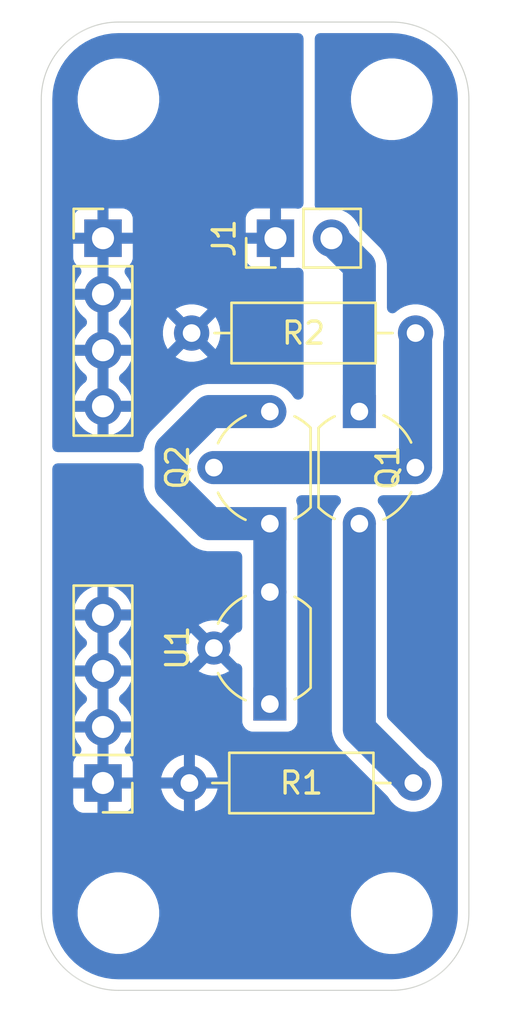
<source format=kicad_pcb>
(kicad_pcb (version 20241229) (generator "pcbnew") (generator_version "9.0")
  (title_block (title "Constant Current Sink Test PCB") (date "2025-03-07") (company "Perry Leumas"))
  (layers (0 "F.Cu" signal) (2 "B.Cu" signal) (13 "F.Paste" user) (15 "B.Paste" user) (5 "F.SilkS" user "F.Silkscreen") (7 "B.SilkS" user "B.Silkscreen") (1 "F.Mask" user) (3 "B.Mask" user) (25 "Edge.Cuts" user))
  (net 0 "")
  (net 1 "VCC")
  (net 2 "Net-(J1-Pin_2)")
  (net 3 "GND")
  (net 4 "Net-(Q1-B)")
  (net 5 "Net-(Q1-E)")
  (net 6 "Net-(Q2-C)")
  (footprint "MountingHole:MountingHole_3.2mm_M3" (layer "F.Cu") (at 164.8 77.2)
    (property "Reference" "H3" (hide yes))
    (property "Value" "MountingHole")
    (pad "" np_thru_hole circle (at 0 0) (size 3.2 3.2) (drill 3.2) (layers "*.Cu" "*.Mask"))
  )
  (footprint "Resistor_THT:R_Axial_DIN0207_L6.3mm_D2.5mm_P10.16mm_Horizontal" (layer "F.Cu") (at 155.72 50.9)
    (property "Reference" "R2" (at 5.08 0 0) (layer "F.SilkS"))
    (property "Value" "12k")
    (fp_line (start 1.04 0) (end 1.81 0) (stroke (width 0.12)) (layer "F.SilkS"))
    (fp_line (start 1.81 -1.37) (end 1.81 1.37) (stroke (width 0.12)) (layer "F.SilkS"))
    (fp_line (start 1.81 1.37) (end 8.35 1.37) (stroke (width 0.12)) (layer "F.SilkS"))
    (fp_line (start 8.35 -1.37) (end 1.81 -1.37) (stroke (width 0.12)) (layer "F.SilkS"))
    (fp_line (start 8.35 1.37) (end 8.35 -1.37) (stroke (width 0.12)) (layer "F.SilkS"))
    (fp_line (start 9.12 0) (end 8.35 0) (stroke (width 0.12)) (layer "F.SilkS"))
    (pad "1" thru_hole circle (at 0 0) (size 1.6 1.6) (drill 0.8) (layers "*.Cu" "*.Mask") (net 1 "VCC"))
    (pad "2" thru_hole oval (at 10.16 0) (size 1.6 1.6) (drill 0.8) (layers "*.Cu" "*.Mask") (net 4 "Net-(Q1-B)"))
  )
  (footprint "Connector_PinHeader_2.54mm:PinHeader_1x02_P2.54mm_Vertical" (layer "F.Cu") (at 159.525 46.6 90)
    (property "Reference" "J1" (at 0 -2.33 90) (layer "F.SilkS"))
    (property "Value" "Conn_01x02")
    (fp_line (start -1.33 -1.33) (end 0 -1.33) (stroke (width 0.12)) (layer "F.SilkS"))
    (fp_line (start -1.33 0) (end -1.33 -1.33) (stroke (width 0.12)) (layer "F.SilkS"))
    (fp_line (start 1.33 1.27) (end 1.33 3.87) (stroke (width 0.12)) (layer "F.SilkS"))
    (fp_line (start -1.33 1.27) (end 1.33 1.27) (stroke (width 0.12)) (layer "F.SilkS"))
    (fp_line (start -1.33 1.27) (end -1.33 3.87) (stroke (width 0.12)) (layer "F.SilkS"))
    (fp_line (start -1.33 3.87) (end 1.33 3.87) (stroke (width 0.12)) (layer "F.SilkS"))
    (pad "1" thru_hole rect (at 0 0 90) (size 1.7 1.7) (drill 1) (layers "*.Cu" "*.Mask") (net 1 "VCC"))
    (pad "2" thru_hole oval (at 0 2.54 90) (size 1.7 1.7) (drill 1) (layers "*.Cu" "*.Mask") (net 2 "Net-(J1-Pin_2)"))
  )
  (footprint "Package_TO_SOT_THT:TO-92_Wide" (layer "F.Cu") (at 159.27 67.72 90)
    (property "Reference" "U1" (at 2.55 -4.19 90) (layer "F.SilkS"))
    (property "Value" "TL431LP")
    (fp_line (start 0.74 1.85) (end 4.34 1.85) (stroke (width 0.12)) (layer "F.SilkS"))
    (fp_arc (start 3.65 -2.35) (mid 4.382279 -1.833196) (end 4.895458 -1.098371) (stroke (width 0.12)) (layer "F.SilkS"))
    (fp_arc (start 0.172801 -1.103842) (mid 0.678995 -1.832692) (end 1.4 -2.35) (stroke (width 0.12)) (layer "F.SilkS"))
    (fp_arc (start 4.864184 1.122795) (mid 4.633903 1.509328) (end 4.34 1.85) (stroke (width 0.12)) (layer "F.SilkS"))
    (fp_arc (start 0.74 1.85) (mid 0.446097 1.509328) (end 0.215816 1.122795) (stroke (width 0.12)) (layer "F.SilkS"))
    (pad "1" thru_hole rect (at 0 0 90) (size 1.5 1.5) (drill 0.8) (layers "*.Cu" "*.Mask") (net 6 "Net-(Q2-C)"))
    (pad "2" thru_hole circle (at 2.54 -2.54 90) (size 1.5 1.5) (drill 0.8) (layers "*.Cu" "*.Mask") (net 3 "GND"))
    (pad "3" thru_hole circle (at 5.08 0 90) (size 1.5 1.5) (drill 0.8) (layers "*.Cu" "*.Mask") (net 6 "Net-(Q2-C)"))
  )
  (footprint "Connector_PinHeader_2.54mm:PinHeader_1x04_P2.54mm_Vertical" (layer "F.Cu") (at 151.7 46.6)
    (property "Reference" "J2" (hide yes))
    (property "Value" "Conn_01x04")
    (fp_line (start -1.33 -1.33) (end 0 -1.33) (stroke (width 0.12)) (layer "F.SilkS"))
    (fp_line (start -1.33 0) (end -1.33 -1.33) (stroke (width 0.12)) (layer "F.SilkS"))
    (fp_line (start -1.33 1.27) (end -1.33 8.95) (stroke (width 0.12)) (layer "F.SilkS"))
    (fp_line (start -1.33 1.27) (end 1.33 1.27) (stroke (width 0.12)) (layer "F.SilkS"))
    (fp_line (start -1.33 8.95) (end 1.33 8.95) (stroke (width 0.12)) (layer "F.SilkS"))
    (fp_line (start 1.33 1.27) (end 1.33 8.95) (stroke (width 0.12)) (layer "F.SilkS"))
    (pad "1" thru_hole rect (at 0 0) (size 1.7 1.7) (drill 1) (layers "*.Cu" "*.Mask") (net 1 "VCC"))
    (pad "2" thru_hole oval (at 0 2.54) (size 1.7 1.7) (drill 1) (layers "*.Cu" "*.Mask") (net 1 "VCC"))
    (pad "3" thru_hole oval (at 0 5.08) (size 1.7 1.7) (drill 1) (layers "*.Cu" "*.Mask") (net 1 "VCC"))
    (pad "4" thru_hole oval (at 0 7.62) (size 1.7 1.7) (drill 1) (layers "*.Cu" "*.Mask") (net 1 "VCC"))
  )
  (footprint "Package_TO_SOT_THT:TO-92_Wide" (layer "F.Cu") (at 163.33 54.46 -90)
    (property "Reference" "Q1" (at 2.55 -1.29 90) (layer "F.SilkS"))
    (property "Value" "Q_NPN_CBE")
    (fp_line (start 0.74 1.85) (end 4.34 1.85) (stroke (width 0.12)) (layer "F.SilkS"))
    (fp_arc (start 0.74 1.85) (mid 0.446097 1.509328) (end 0.215816 1.122795) (stroke (width 0.12)) (layer "F.SilkS"))
    (fp_arc (start 4.864184 1.122795) (mid 4.633903 1.509328) (end 4.34 1.85) (stroke (width 0.12)) (layer "F.SilkS"))
    (fp_arc (start 0.172801 -1.103842) (mid 0.678995 -1.832692) (end 1.4 -2.35) (stroke (width 0.12)) (layer "F.SilkS"))
    (fp_arc (start 3.65 -2.35) (mid 4.382279 -1.833196) (end 4.895458 -1.098371) (stroke (width 0.12)) (layer "F.SilkS"))
    (pad "1" thru_hole rect (at 0 0 270) (size 1.5 1.5) (drill 0.8) (layers "*.Cu" "*.Mask") (net 2 "Net-(J1-Pin_2)"))
    (pad "2" thru_hole circle (at 2.54 -2.54 270) (size 1.5 1.5) (drill 0.8) (layers "*.Cu" "*.Mask") (net 4 "Net-(Q1-B)"))
    (pad "3" thru_hole circle (at 5.08 0 270) (size 1.5 1.5) (drill 0.8) (layers "*.Cu" "*.Mask") (net 5 "Net-(Q1-E)"))
  )
  (footprint "MountingHole:MountingHole_3.2mm_M3" (layer "F.Cu") (at 164.8 40.3)
    (property "Reference" "H4" (hide yes))
    (property "Value" "MountingHole")
    (pad "" np_thru_hole circle (at 0 0) (size 3.2 3.2) (drill 3.2) (layers "*.Cu" "*.Mask"))
  )
  (footprint "MountingHole:MountingHole_3.2mm_M3" (layer "F.Cu") (at 152.4 77.2)
    (property "Reference" "H2" (hide yes))
    (property "Value" "MountingHole")
    (pad "" np_thru_hole circle (at 0 0) (size 3.2 3.2) (drill 3.2) (layers "*.Cu" "*.Mask"))
  )
  (footprint "MountingHole:MountingHole_3.2mm_M3" (layer "F.Cu") (at 152.4 40.3)
    (property "Reference" "H1" (hide yes))
    (property "Value" "MountingHole")
    (pad "" np_thru_hole circle (at 0 0) (size 3.2 3.2) (drill 3.2) (layers "*.Cu" "*.Mask"))
  )
  (footprint "Resistor_THT:R_Axial_DIN0207_L6.3mm_D2.5mm_P10.16mm_Horizontal" (layer "F.Cu") (at 165.78 71.3 180)
    (property "Reference" "R1" (at 5.08 0 0) (layer "F.SilkS"))
    (property "Value" "R")
    (fp_line (start 9.12 0) (end 8.35 0) (stroke (width 0.12)) (layer "F.SilkS"))
    (fp_line (start 8.35 1.37) (end 8.35 -1.37) (stroke (width 0.12)) (layer "F.SilkS"))
    (fp_line (start 8.35 -1.37) (end 1.81 -1.37) (stroke (width 0.12)) (layer "F.SilkS"))
    (fp_line (start 1.81 1.37) (end 8.35 1.37) (stroke (width 0.12)) (layer "F.SilkS"))
    (fp_line (start 1.81 -1.37) (end 1.81 1.37) (stroke (width 0.12)) (layer "F.SilkS"))
    (fp_line (start 1.04 0) (end 1.81 0) (stroke (width 0.12)) (layer "F.SilkS"))
    (pad "1" thru_hole circle (at 0 0 180) (size 1.6 1.6) (drill 0.8) (layers "*.Cu" "*.Mask") (net 5 "Net-(Q1-E)"))
    (pad "2" thru_hole oval (at 10.16 0 180) (size 1.6 1.6) (drill 0.8) (layers "*.Cu" "*.Mask") (net 3 "GND"))
  )
  (footprint "Connector_PinHeader_2.54mm:PinHeader_1x04_P2.54mm_Vertical" (layer "F.Cu") (at 151.7 71.3 180)
    (property "Reference" "J3" (hide yes))
    (property "Value" "Conn_01x04")
    (fp_line (start 1.33 1.27) (end 1.33 8.95) (stroke (width 0.12)) (layer "F.SilkS"))
    (fp_line (start -1.33 8.95) (end 1.33 8.95) (stroke (width 0.12)) (layer "F.SilkS"))
    (fp_line (start -1.33 1.27) (end 1.33 1.27) (stroke (width 0.12)) (layer "F.SilkS"))
    (fp_line (start -1.33 1.27) (end -1.33 8.95) (stroke (width 0.12)) (layer "F.SilkS"))
    (fp_line (start -1.33 0) (end -1.33 -1.33) (stroke (width 0.12)) (layer "F.SilkS"))
    (fp_line (start -1.33 -1.33) (end 0 -1.33) (stroke (width 0.12)) (layer "F.SilkS"))
    (pad "1" thru_hole rect (at 0 0 180) (size 1.7 1.7) (drill 1) (layers "*.Cu" "*.Mask") (net 3 "GND"))
    (pad "2" thru_hole oval (at 0 2.54 180) (size 1.7 1.7) (drill 1) (layers "*.Cu" "*.Mask") (net 3 "GND"))
    (pad "3" thru_hole oval (at 0 5.08 180) (size 1.7 1.7) (drill 1) (layers "*.Cu" "*.Mask") (net 3 "GND"))
    (pad "4" thru_hole oval (at 0 7.62 180) (size 1.7 1.7) (drill 1) (layers "*.Cu" "*.Mask") (net 3 "GND"))
  )
  (footprint "Package_TO_SOT_THT:TO-92_Wide" (layer "F.Cu") (at 159.27 59.54 90)
    (property "Reference" "Q2" (at 2.55 -4.19 90) (layer "F.SilkS"))
    (property "Value" "Q_NPN_CBE")
    (fp_line (start 0.74 1.85) (end 4.34 1.85) (stroke (width 0.12)) (layer "F.SilkS"))
    (fp_arc (start 3.65 -2.35) (mid 4.382279 -1.833196) (end 4.895458 -1.098371) (stroke (width 0.12)) (layer "F.SilkS"))
    (fp_arc (start 0.172801 -1.103842) (mid 0.678995 -1.832692) (end 1.4 -2.35) (stroke (width 0.12)) (layer "F.SilkS"))
    (fp_arc (start 4.864184 1.122795) (mid 4.633903 1.509328) (end 4.34 1.85) (stroke (width 0.12)) (layer "F.SilkS"))
    (fp_arc (start 0.74 1.85) (mid 0.446097 1.509328) (end 0.215816 1.122795) (stroke (width 0.12)) (layer "F.SilkS"))
    (pad "1" thru_hole rect (at 0 0 90) (size 1.5 1.5) (drill 0.8) (layers "*.Cu" "*.Mask") (net 6 "Net-(Q2-C)"))
    (pad "2" thru_hole circle (at 2.54 -2.54 90) (size 1.5 1.5) (drill 0.8) (layers "*.Cu" "*.Mask") (net 4 "Net-(Q1-B)"))
    (pad "3" thru_hole circle (at 5.08 0 90) (size 1.5 1.5) (drill 0.8) (layers "*.Cu" "*.Mask") (net 6 "Net-(Q2-C)"))
  )
  (gr_line (start 168.299999 77.2) (end 168.3 40.3) (stroke (width 0.05)) (layer "Edge.Cuts"))
  (gr_arc (start 152.400001 80.699999) (mid 149.925127 79.674873) (end 148.900001 77.199999) (stroke (width 0.05)) (layer "Edge.Cuts"))
  (gr_arc (start 148.9 40.3) (mid 149.925126 37.825126) (end 152.4 36.8) (stroke (width 0.05)) (layer "Edge.Cuts"))
  (gr_arc (start 168.299999 77.199999) (mid 167.274873 79.674873) (end 164.799999 80.699999) (stroke (width 0.05)) (layer "Edge.Cuts"))
  (gr_line (start 164.8 36.8) (end 152.4 36.8) (stroke (width 0.05)) (layer "Edge.Cuts"))
  (gr_line (start 152.400001 80.699999) (end 164.799999 80.699999) (stroke (width 0.05)) (layer "Edge.Cuts"))
  (gr_line (start 148.9 40.3) (end 148.900002 77.199999) (stroke (width 0.05)) (layer "Edge.Cuts"))
  (gr_arc (start 164.8 36.8) (mid 167.274874 37.825126) (end 168.3 40.3) (stroke (width 0.05)) (layer "Edge.Cuts"))
  (segment (start 163.33 54.46) (end 163.33 47.865) (width 1.5) (layer "B.Cu") (net 2))
  (segment (start 163.33 47.865) (end 162.065 46.6) (width 1.5) (layer "B.Cu") (net 2))
  (segment (start 156.73 57) (end 159.5 57) (width 1.5) (layer "B.Cu") (net 4))
  (segment (start 165.88 50.9) (end 165.88 56.99) (width 1.5) (layer "B.Cu") (net 4))
  (segment (start 161.1 57) (end 165.87 57) (width 1.5) (layer "B.Cu") (net 4))
  (segment (start 159.5 57) (end 161.1 57) (width 1.5) (layer "B.Cu") (net 4))
  (segment (start 165.88 56.99) (end 165.87 57) (width 1.5) (layer "B.Cu") (net 4))
  (segment (start 163.33 68.85) (end 165.78 71.3) (width 1.5) (layer "B.Cu") (net 5))
  (segment (start 163.33 59.54) (end 163.33 68.85) (width 1.5) (layer "B.Cu") (net 5))
  (segment (start 156.532083 54.46) (end 154.794 56.198083) (width 1.5) (layer "B.Cu") (net 6))
  (segment (start 159.27 54.46) (end 156.532083 54.46) (width 1.5) (layer "B.Cu") (net 6))
  (segment (start 159.27 62.64) (end 159.27 67.72) (width 1.5) (layer "B.Cu") (net 6))
  (segment (start 159.27 59.54) (end 159.27 62.64) (width 1.5) (layer "B.Cu") (net 6))
  (segment (start 154.794 56.198083) (end 154.794 57.801918) (width 1.5) (layer "B.Cu") (net 6))
  (segment (start 154.794 57.801918) (end 156.532082 59.54) (width 1.5) (layer "B.Cu") (net 6))
  (segment (start 156.532082 59.54) (end 159.27 59.54) (width 1.5) (layer "B.Cu") (net 6))
  (zone (net 1) (net_name "VCC") (layer "B.Cu") (priority 1) (connect_pads (clearance 0.5)) (min_thickness 0.5) (fill yes (thermal_gap 0.5) (thermal_bridge_width 0.5))
    (polygon (pts (xy 148.4 56.3) (xy 148.4 36.3) (xy 160.8 36.3) (xy 160.8 56.3)))
  )
  (zone (net 3) (net_name "GND") (layer "B.Cu") (connect_pads (clearance 0.5)) (min_thickness 0.5) (fill yes (thermal_gap 0.5) (thermal_bridge_width 0.5))
    (polygon (pts (xy 147.9 35.8) (xy 169.1 35.8) (xy 169.1 81.7) (xy 147.9 81.7)))
  )
)
</source>
